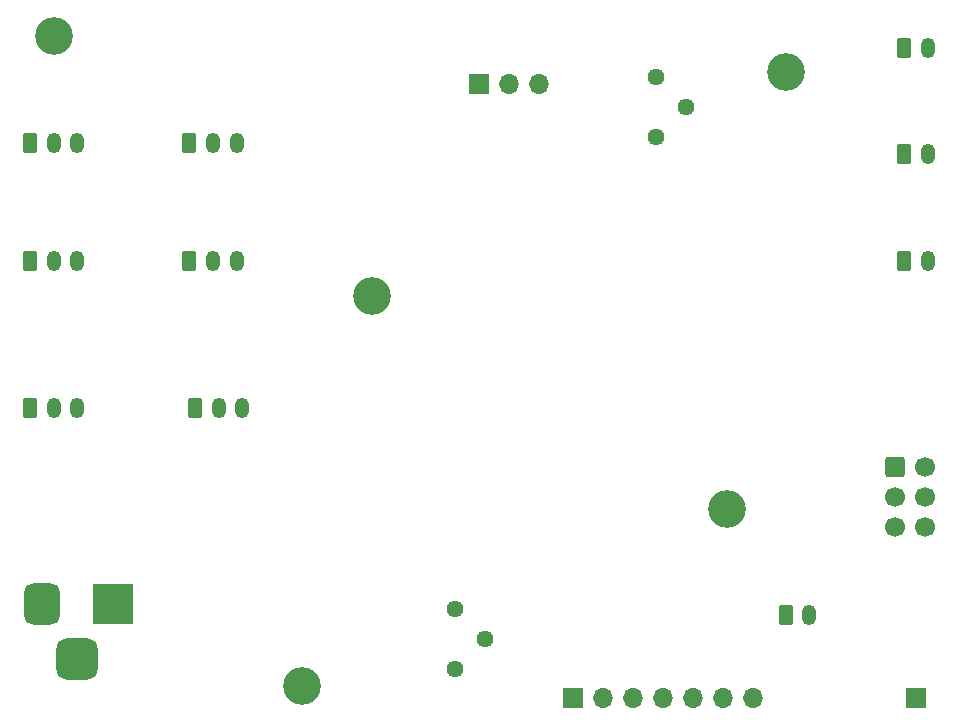
<source format=gbs>
G04 #@! TF.GenerationSoftware,KiCad,Pcbnew,6.0.2+dfsg-1*
G04 #@! TF.CreationDate,2022-11-07T23:46:17-08:00*
G04 #@! TF.ProjectId,controller,636f6e74-726f-46c6-9c65-722e6b696361,rev?*
G04 #@! TF.SameCoordinates,Original*
G04 #@! TF.FileFunction,Soldermask,Bot*
G04 #@! TF.FilePolarity,Negative*
%FSLAX46Y46*%
G04 Gerber Fmt 4.6, Leading zero omitted, Abs format (unit mm)*
G04 Created by KiCad (PCBNEW 6.0.2+dfsg-1) date 2022-11-07 23:46:17*
%MOMM*%
%LPD*%
G01*
G04 APERTURE LIST*
G04 Aperture macros list*
%AMRoundRect*
0 Rectangle with rounded corners*
0 $1 Rounding radius*
0 $2 $3 $4 $5 $6 $7 $8 $9 X,Y pos of 4 corners*
0 Add a 4 corners polygon primitive as box body*
4,1,4,$2,$3,$4,$5,$6,$7,$8,$9,$2,$3,0*
0 Add four circle primitives for the rounded corners*
1,1,$1+$1,$2,$3*
1,1,$1+$1,$4,$5*
1,1,$1+$1,$6,$7*
1,1,$1+$1,$8,$9*
0 Add four rect primitives between the rounded corners*
20,1,$1+$1,$2,$3,$4,$5,0*
20,1,$1+$1,$4,$5,$6,$7,0*
20,1,$1+$1,$6,$7,$8,$9,0*
20,1,$1+$1,$8,$9,$2,$3,0*%
G04 Aperture macros list end*
%ADD10C,3.200000*%
%ADD11RoundRect,0.250000X-0.350000X-0.625000X0.350000X-0.625000X0.350000X0.625000X-0.350000X0.625000X0*%
%ADD12O,1.200000X1.750000*%
%ADD13RoundRect,0.250000X-0.600000X-0.600000X0.600000X-0.600000X0.600000X0.600000X-0.600000X0.600000X0*%
%ADD14C,1.700000*%
%ADD15R,1.700000X1.700000*%
%ADD16O,1.700000X1.700000*%
%ADD17RoundRect,0.875000X-0.875000X-0.875000X0.875000X-0.875000X0.875000X0.875000X-0.875000X0.875000X0*%
%ADD18RoundRect,0.750000X-0.750000X-1.000000X0.750000X-1.000000X0.750000X1.000000X-0.750000X1.000000X0*%
%ADD19R,3.500000X3.500000*%
%ADD20C,1.440000*%
G04 APERTURE END LIST*
D10*
X144000000Y-91000000D03*
X174000000Y-109000000D03*
X117000000Y-69000000D03*
X179000000Y-72000000D03*
X138000000Y-124000000D03*
D11*
X189000000Y-79000000D03*
D12*
X191000000Y-79000000D03*
D13*
X188247500Y-105455000D03*
D14*
X190787500Y-105455000D03*
X188247500Y-107995000D03*
X190787500Y-107995000D03*
X188247500Y-110535000D03*
X190787500Y-110535000D03*
D15*
X161000000Y-125000000D03*
D16*
X163540000Y-125000000D03*
X166080000Y-125000000D03*
X168620000Y-125000000D03*
X171160000Y-125000000D03*
X173700000Y-125000000D03*
X176240000Y-125000000D03*
D11*
X115000000Y-78000000D03*
D12*
X117000000Y-78000000D03*
X119000000Y-78000000D03*
D17*
X119000000Y-121742500D03*
D18*
X116000000Y-117042500D03*
D19*
X122000000Y-117042500D03*
D11*
X129000000Y-100450000D03*
D12*
X131000000Y-100450000D03*
X133000000Y-100450000D03*
D11*
X115000000Y-88000000D03*
D12*
X117000000Y-88000000D03*
X119000000Y-88000000D03*
D15*
X190000000Y-125000000D03*
D11*
X128500000Y-88000000D03*
D12*
X130500000Y-88000000D03*
X132500000Y-88000000D03*
D11*
X115000000Y-100450000D03*
D12*
X117000000Y-100450000D03*
X119000000Y-100450000D03*
D15*
X153000000Y-73000000D03*
D16*
X155540000Y-73000000D03*
X158080000Y-73000000D03*
D20*
X151015000Y-117460000D03*
X153555000Y-120000000D03*
X151015000Y-122540000D03*
D11*
X179000000Y-118000000D03*
D12*
X181000000Y-118000000D03*
D11*
X128500000Y-78000000D03*
D12*
X130500000Y-78000000D03*
X132500000Y-78000000D03*
D11*
X189000000Y-70000000D03*
D12*
X191000000Y-70000000D03*
D11*
X189000000Y-88000000D03*
D12*
X191000000Y-88000000D03*
D20*
X168015000Y-77540000D03*
X170555000Y-75000000D03*
X168015000Y-72460000D03*
M02*

</source>
